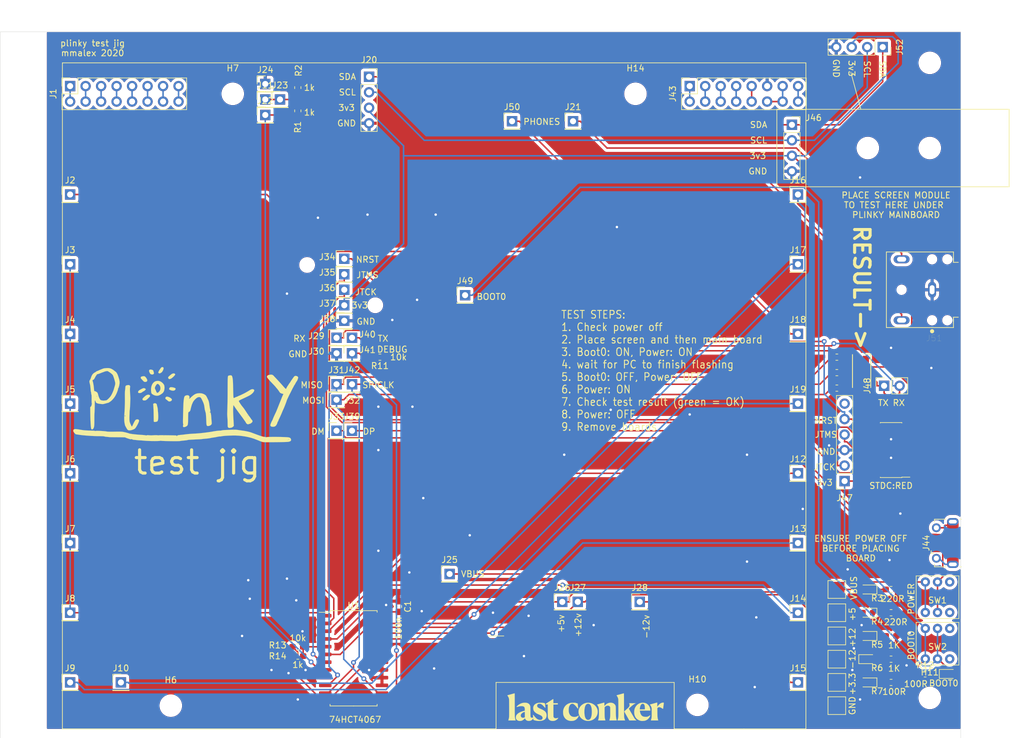
<source format=kicad_pcb>
(kicad_pcb (version 20221018) (generator pcbnew)
  (layers (0 "F.Cu" signal) (31 "B.Cu" signal) (34 "B.Paste" user) (35 "F.Paste" user) (36 "B.SilkS" user "B.Silkscreen") (37 "F.SilkS" user "F.Silkscreen") (38 "B.Mask" user) (39 "F.Mask" user) (44 "Edge.Cuts" user))
  (net 0 "")
  (net 1 "VBUS")
  (net 2 "Net-(D1-K)")
  (net 3 "5V")
  (net 4 "Net-(D2-K)")
  (net 5 "+12v")
  (net 6 "Net-(D3-K)")
  (net 7 "Net-(D4-A)")
  (net 8 "-12v")
  (net 9 "+3V3")
  (net 10 "Net-(D5-K)")
  (net 11 "Net-(D6-RK)")
  (net 12 "Net-(D6-BK)")
  (net 13 "Net-(D6-GK)")
  (net 14 "BOOT0")
  (net 15 "Net-(D7-K)")
  (net 16 "Net-(J1-Pin_15)")
  (net 17 "Net-(J1-Pin_13)")
  (net 18 "Net-(J1-Pin_11)")
  (net 19 "Net-(J1-Pin_10)")
  (net 20 "Net-(J1-Pin_7)")
  (net 21 "Net-(J1-Pin_5)")
  (net 22 "Net-(J1-Pin_3)")
  (net 23 "Net-(J1-Pin_1)")
  (net 24 "Net-(J16-Pin_1)")
  (net 25 "VMID")
  (net 26 "SDA")
  (net 27 "SCL")
  (net 28 "VREF")
  (net 29 "GND")
  (net 30 "RX")
  (net 31 "IO1")
  (net 32 "IO3")
  (net 33 "DM")
  (net 34 "NRST")
  (net 35 "JTMS")
  (net 36 "JTCK")
  (net 37 "DP")
  (net 38 "TX")
  (net 39 "DEBUG")
  (net 40 "IO2")
  (net 41 "VBUSE")
  (net 42 "Net-(J10-Pin_1)")
  (net 43 "Net-(J21-Pin_1)")
  (net 44 "Net-(J43-Pin_15)")
  (net 45 "Net-(J43-Pin_12)")
  (net 46 "Net-(J43-Pin_10)")
  (net 47 "Net-(J43-Pin_7)")
  (net 48 "Net-(J43-Pin_5)")
  (net 49 "Net-(J43-Pin_3)")
  (net 50 "Net-(J43-Pin_1)")
  (net 51 "unconnected-(J44-Shield-Pad6)")
  (net 53 "CLOCK")
  (net 54 "ANAIN")
  (net 55 "PHI")
  (net 56 "GATE")
  (net 57 "PLO")
  (net 58 "PRESSURE")
  (net 59 "TRIGGER")
  (net 60 "JTDI")
  (net 66 "Net-(J50-Pin_1)")
  (net 67 "Net-(U1-I4)")
  (footprint "LED_SMD:LED_0603_1608Metric" (layer "F.Cu") (at 147.32 111.76 180)
    (fp_text reference "D1" hide)
    (fp_text value "LED")
  )
  (footprint "LED_SMD:LED_0603_1608Metric" (layer "F.Cu") (at 147.32 115.57 180)
    (fp_text reference "D2" hide)
    (fp_text value "LED")
  )
  (footprint "LED_SMD:LED_0603_1608Metric" (layer "F.Cu") (at 147.32 119.38 180)
    (fp_text reference "D3" hide)
    (fp_text value "LED")
  )
  (footprint "LED_SMD:LED_0603_1608Metric" (layer "F.Cu") (at 147.32 123.19)
    (fp_text reference "D4" hide)
    (fp_text value "LED")
  )
  (footprint "LED_SMD:LED_0603_1608Metric" (layer "F.Cu") (at 147.32 127 180)
    (fp_text reference "D5" hide)
    (fp_text value "LED")
  )
  (footprint "testjig:LED_RGB_1210_reverse" (layer "F.Cu") (at 146.304 75.946 -90)
    (fp_text reference "D6" hide)
    (fp_text value "LED_RABG")
  )
  (footprint "LED_SMD:LED_0603_1608Metric" (layer "F.Cu") (at 160.528 125.603)
    (fp_text reference "D7" hide)
    (fp_text value "LED")
  )
  (footprint "Connector_PinSocket_2.54mm:PinSocket_2x08_P2.54mm_Vertical" (layer "F.Cu") (at 16.51 29.21 90)
    (fp_text reference "J1")
    (fp_text value "Conn_02x08_Odd_Even")
  )
  (footprint "Connector_PinHeader_2.54mm:PinHeader_1x01_P2.54mm_Vertical" (layer "F.Cu") (at 16.51 46.99)
    (fp_text reference "J2")
    (fp_text value "Conn_01x01")
  )
  (footprint "Connector_PinHeader_2.54mm:PinHeader_1x01_P2.54mm_Vertical" (layer "F.Cu") (at 16.51 58.42)
    (fp_text reference "J3")
    (fp_text value "Conn_01x01")
  )
  (footprint "Connector_PinHeader_2.54mm:PinHeader_1x01_P2.54mm_Vertical" (layer "F.Cu") (at 16.51 69.85)
    (fp_text reference "J4")
    (fp_text value "Conn_01x01")
  )
  (footprint "Connector_PinHeader_2.54mm:PinHeader_1x01_P2.54mm_Vertical" (layer "F.Cu") (at 16.51 81.28)
    (fp_text reference "J5")
    (fp_text value "Conn_01x01")
  )
  (footprint "Connector_PinHeader_2.54mm:PinHeader_1x01_P2.54mm_Vertical" (layer "F.Cu") (at 16.51 92.71)
    (fp_text reference "J6")
    (fp_text value "Conn_01x01")
  )
  (footprint "Connector_PinHeader_2.54mm:PinHeader_1x01_P2.54mm_Vertical" (layer "F.Cu") (at 16.51 104.14)
    (fp_text reference "J7")
    (fp_text value "Conn_01x01")
  )
  (footprint "Connector_PinHeader_2.54mm:PinHeader_1x01_P2.54mm_Vertical" (layer "F.Cu") (at 16.51 115.57)
    (fp_text reference "J8")
    (fp_text value "Conn_01x01")
  )
  (footprint "Connector_PinHeader_2.54mm:PinHeader_1x01_P2.54mm_Vertical" (layer "F.Cu") (at 16.51 127)
    (fp_text reference "J9")
    (fp_text value "Conn_01x01")
  )
  (footprint "Connector_PinHeader_2.54mm:PinHeader_1x01_P2.54mm_Vertical" (layer "F.Cu") (at 24.84 127)
    (fp_text reference "J10")
    (fp_text value "Conn_01x01")
  )
  (footprint "Connector_PinHeader_2.54mm:PinHeader_1x01_P2.54mm_Vertical" (layer "F.Cu") (at 48.514 31.409)
    (fp_text reference "J11")
    (fp_text value "Conn_01x01")
  )
  (footprint "Connector_PinHeader_2.54mm:PinHeader_1x01_P2.54mm_Vertical" (layer "F.Cu") (at 135.86 92.71)
    (fp_text reference "J12")
    (fp_text value "Conn_01x01")
  )
  (footprint "Connector_PinHeader_2.54mm:PinHeader_1x01_P2.54mm_Vertical" (layer "F.Cu") (at 135.86 104.14)
    (fp_text reference "J13")
    (fp_text value "Conn_01x01")
  )
  (footprint "Connector_PinHeader_2.54mm:PinHeader_1x01_P2.54mm_Vertical" (layer "F.Cu") (at 135.86 115.57)
    (fp_text reference "J14")
    (fp_text value "Conn_01x01")
  )
  (footprint "Connector_PinHeader_2.54mm:PinHeader_1x01_P2.54mm_Vertical" (layer "F.Cu") (at 135.86 127)
    (fp_text reference "J15")
    (fp_text value "Conn_01x01")
  )
  (footprint "Connector_PinHeader_2.54mm:PinHeader_1x01_P2.54mm_Vertical" (layer "F.Cu") (at 135.86 46.99)
    (fp_text reference "J16")
    (fp_text value "Conn_01x01")
  )
  (footprint "Connector_PinHeader_2.54mm:PinHeader_1x01_P2.54mm_Vertical" (layer "F.Cu") (at 135.86 58.42)
    (fp_text reference "J17")
    (fp_text value "Conn_01x01")
  )
  (footprint "Connector_PinHeader_2.54mm:PinHeader_1x01_P2.54mm_Vertical" (layer "F.Cu") (at 135.86 69.85)
    (fp_text reference "J18")
    (fp_text value "Conn_01x01")
  )
  (footprint "Connector_PinHeader_2.54mm:PinHeader_1x01_P2.54mm_Vertical" (layer "F.Cu") (at 135.86 81.28)
    (fp_text reference "J19")
    (fp_text value "Conn_01x01")
  )
  (footprint "Connector_PinHeader_2.54mm:PinHeader_1x01_P2.54mm_Vertical" (layer "F.Cu") (at 48.514 33.949)
    (fp_text reference "J22")
    (fp_text value "Conn_01x01")
  )
  (footprint "Connector_PinHeader_2.54mm:PinHeader_1x01_P2.54mm_Vertical" (layer "F.Cu") (at 48.514 28.869)
    (fp_text reference "J24")
    (fp_text value "Conn_01x01")
  )
  (footprint "Connector_PinHeader_2.54mm:PinHeader_1x01_P2.54mm_Vertical" (layer "F.Cu") (at 78.74 109.22)
    (fp_text reference "J25")
    (fp_text value "Conn_01x01")
  )
  (footprint "Connector_PinHeader_2.54mm:PinHeader_1x01_P2.54mm_Vertical" (layer "F.Cu") (at 97.2185 113.792)
    (fp_text reference "J26")
    (fp_text value "Conn_01x01")
  )
  (footprint "Connector_PinHeader_2.54mm:PinHeader_1x01_P2.54mm_Vertical" (layer "F.Cu") (at 99.7585 113.792)
    (fp_text reference "J27")
    (fp_text value "Conn_01x01")
  )
  (footprint "Connector_PinHeader_2.54mm:PinHeader_1x01_P2.54mm_Vertical" (layer "F.Cu") (at 109.9185 113.792)
    (fp_text reference "J28")
    (fp_text value "Conn_01x01")
  )
  (footprint "Connector_PinHeader_2.54mm:PinHeader_1x01_P2.54mm_Vertical" (layer "F.Cu") (at 60.198 70.485)
    (fp_text reference "J29")
    (fp_text value "Conn_01x01")
  )
  (footprint "Connector_PinHeader_2.54mm:PinHeader_1x01_P2.54mm_Vertical" (layer "F.Cu") (at 60.198 73.025)
    (fp_text reference "J30")
    (fp_text value "Conn_01x01")
  )
  (footprint "Connector_PinHeader_2.54mm:PinHeader_1x01_P2.54mm_Vertical" (layer "F.Cu") (at 60.198 78.105)
    (fp_text reference "J31")
    (fp_text value "Conn_01x01")
  )
  (footprint "Connector_PinHeader_2.54mm:PinHeader_1x01_P2.54mm_Vertical" (layer "F.Cu") (at 60.198 80.645)
    (fp_text reference "J32")
    (fp_text value "Conn_01x01")
  )
  (footprint "Connector_PinHeader_2.54mm:PinHeader_1x01_P2.54mm_Vertical" (layer "F.Cu") (at 60.198 85.725)
    (fp_text reference "J33")
    (fp_text value "Conn_01x01")
  )
  (footprint "Connector_PinHeader_2.54mm:PinHeader_1x01_P2.54mm_Vertical" (layer "F.Cu") (at 61.468 57.531)
    (fp_text reference "J34")
    (fp_text value "Conn_01x01")
  )
  (footprint "Connector_PinHeader_2.54mm:PinHeader_1x01_P2.54mm_Vertical" (layer "F.Cu") (at 61.468 60.071)
    (fp_text reference "J35")
    (fp_text value "Conn_01x01")
  )
  (footprint "Connector_PinHeader_2.54mm:PinHeader_1x01_P2.54mm_Vertical" (layer "F.Cu") (at 61.468 62.611)
    (fp_text reference "J36")
    (fp_text value "Conn_01x01")
  )
  (footprint "Connector_PinHeader_2.54mm:PinHeader_1x01_P2.54mm_Vertical" (layer "F.Cu") (at 61.468 65.151)
    (fp_text reference "J37")
    (fp_text value "Conn_01x01")
  )
  (footprint "Connector_PinHeader_2.54mm:PinHeader_1x01_P2.54mm_Vertical" (layer "F.Cu") (at 61.468 67.691)
    (fp_text reference "J38")
    (fp_text value "Conn_01x01")
  )
  (footprint "Connector_PinHeader_2.54mm:PinHeader_1x01_P2.54mm_Vertical" (layer "F.Cu") (at 62.738 85.725)
    (fp_text reference "J39")
    (fp_text value "Conn_01x01")
  )
  (footprint "Connector_PinHeader_2.54mm:PinHeader_1x01_P2.54mm_Vertical" (layer "F.Cu") (at 62.738 70.485)
    (fp_text reference "J40")
    (fp_text value "Conn_01x01")
  )
  (footprint "Connector_PinHeader_2.54mm:PinHeader_1x01_P2.54mm_Vertical" (layer "F.Cu") (at 62.738 73.025)
    (fp_text reference "J41")
    (fp_text value "Conn_01x01")
  )
  (footprint "Connector_PinHeader_2.54mm:PinHeader_1x01_P2.54mm_Vertical" (layer "F.Cu") (at 62.738 78.105)
    (fp_text reference "J42")
    (fp_text value "Conn_01x01")
  )
  (footprint "Connector_USB:USB_Micro-B_Molex-105017-0001" (layer "F.Cu") (at 160.02 104.14 90)
    (fp_text reference "J44")
    (fp_text value "USB_B_Micro")
  )
  (footprint "Connector_PinSocket_2.54mm:PinSocket_1x02_P2.54mm_Vertical" (layer "F.Cu") (at 149.987 78.359 90)
    (fp_text reference "J48")
    (fp_text value "Conn_01x02_Female")
  )
  (footprint "Connector_PinHeader_2.54mm:PinHeader_1x01_P2.54mm_Vertical" (layer "F.Cu") (at 81.28 63.5)
    (fp_text reference "J49")
    (fp_text value "Conn_01x01")
  )
  (footprint "Resistor_SMD:R_0603_1608Metric_Pad1.05x0.95mm_HandSolder" (layer "F.Cu") (at 53.848 33.274 -90)
    (fp_text reference "R1")
    (fp_text value "10k")
  )
  (footprint "Resistor_SMD:R_0603_1608Metric_Pad1.05x0.95mm_HandSolder" (layer "F.Cu") (at 53.848 29.464 -90)
    (fp_text reference "R2")
    (fp_text value "10k")
  )
  (footprint "Resistor_SMD:R_0603_1608Metric_Pad1.05x0.95mm_HandSolder" (layer "F.Cu") (at 151.13 111.76 180)
    (fp_text reference "R3")
    (fp_text value "220")
  )
  (footprint "Resistor_SMD:R_0603_1608Metric_Pad1.05x0.95mm_HandSolder" (layer "F.Cu") (at 151.13 115.57 180)
    (fp_text reference "R4")
    (fp_text value "220")
  )
  (footprint "Resistor_SMD:R_0603_1608Metric_Pad1.05x0.95mm_HandSolder" (layer "F.Cu") (at 151.13 119.38 180)
    (fp_text reference "R5")
    (fp_text value "1k")
  )
  (footprint "Resistor_SMD:R_0603_1608Metric_Pad1.05x0.95mm_HandSolder" (layer "F.Cu") (at 151.13 123.19 180)
    (fp_text reference "R6")
    (fp_text value "1k")
  )
  (footprint "Resistor_SMD:R_0603_1608Metric_Pad1.05x0.95mm_HandSolder" (layer "F.Cu") (at 151.13 127 180)
    (fp_text reference "R7")
    (fp_text value "100")
  )
  (footprint "Resistor_SMD:R_0603_1608Metric_Pad1.05x0.95mm_HandSolder" (layer "F.Cu") (at 142.24 73.66 180)
    (fp_text reference "R8" hide)
    (fp_text value "100")
  )
  (footprint "Resistor_SMD:R_0603_1608Metric_Pad1.05x0.95mm_HandSolder" (layer "F.Cu") (at 142.24 76.2 180)
    (fp_text reference "R9" hide)
    (fp_text value "100")
  )
  (footprint "Resistor_SMD:R_0603_1608Metric_Pad1.05x0.95mm_HandSolder" (layer "F.Cu") (at 142.24 78.74 180)
    (fp_text reference "R10" hide)
    (fp_text value "100")
  )
  (footprint "Resistor_SMD:R_0603_1608Metric_Pad1.05x0.95mm_HandSolder" (layer "F.Cu") (at 67.31 73.66 180)
    (fp_text reference "R11")
    (fp_text value "10k")
  )
  (footprint "Resistor_SMD:R_0603_1608Metric_Pad1.05x0.95mm_HandSolder" (layer "F.Cu") (at 156.718 125.603)
    (fp_text reference "R12")
    (fp_text value "100")
  )
  (footprint "testjig:dpdt 7mm" (layer "F.Cu") (at 158.75 113.03)
    (fp_text reference "SW1")
    (fp_text value "SW_Push_DPDT")
  )
  (footprint "testjig:dpdt 7mm" (layer "F.Cu") (at 158.75 120.65)
    (fp_text reference "SW2")
    (fp_text value "SW_Push_DPDT")
  )
  (footprint "TestPoint:TestPoint_Pad_2.5x2.5mm" (layer "F.Cu") (at 142.24 111.76)
    (fp_text reference "TP1" hide)
    (fp_text value "TestPoint")
  )
  (footprint "TestPoint:TestPoint_Pad_2.5x2.5mm" (layer "F.Cu") (at 142.24 115.57)
    (fp_text reference "TP2" hide)
    (fp_text value "TestPoint")
  )
  (footprint "TestPoint:TestPoint_Pad_2.5x2.5mm" (layer "F.Cu") (at 142.24 119.38)
    (fp_text reference "TP3" hide)
    (fp_text value "TestPoint")
  )
  (footprint "TestPoint:TestPoint_Pad_2.5x2.5mm" (layer "F.Cu") (at 142.24 123.19)
    (fp_text reference "TP4" hide)
    (fp_text value "TestPoint")
  )
  (footprint "TestPoint:TestPoint_Pad_2.5x2.5mm" (layer "F.Cu") (at 142.24 127)
    (fp_text reference "TP5" hide)
    (fp_text value "TestPoint")
  )
  (footprint "TestPoint:TestPoint_Pad_2.5x2.5mm" (layer "F.Cu") (at 142.24 130.81)
    (fp_text reference "TP6" hide)
    (fp_text value "TestPoint")
  )
  (footprint "Connector_PinHeader_1.27mm:PinHeader_2x07_P1.27mm_Vertical_SMD" (layer "F.Cu") (at 151.13 88.9 180)
    (fp_text reference "J45" hide)
    (fp_text value "Conn_02x07_Odd_Even")
  )
  (footprint "Connector_PinSocket_2.54mm:PinSocket_2x08_P2.54mm_Vertical" (layer "F.Cu") (at 118.11 29.21 90)
    (fp_text reference "J43")
    (fp_text value "Conn_02x08_Odd_Even")
  )
  (footprint "Connector_PinHeader_2.54mm:PinHeader_1x01_P2.54mm_Vertical" (layer "F.Cu") (at 50.927 31.409)
    (fp_text reference "J23")
    (fp_text value "Conn_01x01")
  )
  (footprint "Connector_PinSocket_2.54mm:PinSocket_1x06_P2.54mm_Vertical" (layer "F.Cu") (at 143.51 93.98 180)
    (fp_text reference "J47")
    (fp_text value "Conn_01x06_Female")
  )
  (footprint "MountingHole:MountingHole_3.2mm_M3" (layer "F.Cu") (at 109.22 30.48)
    (fp_text reference "H14")
    (fp_text value "MountingHole")
  )
  (footprint "MountingHole:MountingHole_3.2mm_M3" (layer "F.Cu") (at 33.02 130.81)
    (fp_text reference "H6")
    (fp_text value "MountingHole")
  )
  (footprint "MountingHole:MountingHole_3.2mm_M3" (layer "F.Cu") (at 119.38 130.683)
    (fp_text reference "H10")
    (fp_text value "MountingHole")
  )
  (footprint "MountingHole:MountingHole_3.2mm_M3" (layer "F.Cu") (at 157.48 25.4)
    (fp_text reference "H13" hide)
    (fp_text value "MountingHole")
  )
  (footprint "MountingHole:MountingHole_3.2mm_M3" (layer "F.Cu") (at 157.48 129.54)
    (fp_text reference "H11")
    (fp_text value "MountingHole")
  )
  (footprint "MountingHole:MountingHole_3.2mm_M3" (layer "F.Cu") (at 10.16 25.4)
    (fp_text reference "H1" hide)
    (fp_text value "MountingHole")
  )
  (footprint "MountingHole:MountingHole_3.2mm_M3" (layer "F.Cu") (at 43.18 30.48)
    (fp_text reference "H7")
    (fp_text value "MountingHole")
  )
  (footprint "Connector_PinSocket_2.54mm:PinSocket_1x04_P2.54mm_Vertical" (layer "F.Cu") (at 134.874 35.56)
    (fp_text reference "J46")
    (fp_text value "Conn_01x04_Female")
  )
  (footprint "Connector_PinSocket_2.54mm:PinSocket_1x04_P2.54mm_Vertical" (layer "F.Cu") (at 65.532 27.686)
    (fp_text reference "J20")
    (fp_text value "Conn_01x04_Female")
  )
  (footprint "MountingHole:MountingHole_3.2mm_M3" (layer "F.Cu") (at 157.48 39.37)
    (fp_text reference "H12" hide)
    (fp_text value "MountingHole")
  )
  (footprint "plinky:lastconker" (layer "F.Cu") (at 101.1555 131.191)
    (fp_text reference "G***" hide)
    (fp_text value "LOGO" hide)
  )
  (footprint "plinky:plinkylogo" (layer "F.Cu") (at 35.306 81.026)
    (fp_text reference "LOGO" hide)
    (fp_text value "LOGO" hide)
  )
  (footprint "MountingHole:MountingHole_3.2mm_M3" (layer "F.Cu") (at 10.16 50.8)
    (fp_text reference "H2" hide)
    (fp_text value "MountingHole")
  )
  (footprint "MountingHole:MountingHole_3.2mm_M3" (layer "F.Cu") (at 10.16 76.2)
    (fp_text reference "H3" hide)
    (fp_text value "MountingHole")
  )
  (footprint "MountingHole:MountingHole_3.2mm_M3" (layer "F.Cu") (at 10.16 101.6)
    (fp_text reference "H4" hide)
    (fp_text value "MountingHole")
  )
  (footprint "MountingHole:MountingHole_3.2mm_M3" (layer "F.Cu") (at 10.16 127)
    (fp_text reference "H5" hide)
    (fp_text value "MountingHole")
  )
  (footprint "Connector_PinHeader_2.54mm:PinHeader_1x01_P2.54mm_Vertical" (layer "F.Cu") (at 98.98 34.972)
    (fp_text reference "J21")
    (fp_text value "Conn_01x01")
  )
  (footprint "Connector_PinHeader_2.54mm:PinHeader_1x01_P2.54mm_Vertical" (layer "F.Cu") (at 88.98 34.972)
    (fp_text reference "J50")
    (fp_text value "Conn_01x01")
  )
  (footprint "plinky:CUI_SJ1-3523N" (layer "F.Cu") (at 157.861 62.611 180)
    (fp_text reference "J51")
    (fp_text value "SJ1-3523N-cap")
  )
  (footprint "MountingHole:MountingHole_2.1mm" (layer "F.Cu") (at 55.372 58.547)
    (fp_text reference "H8" hide)
    (fp_text value "MountingHole_2.1mm")
  )
  (footprint "MountingHole:MountingHole_2.1mm" (layer "F.Cu") (at 66.548 65.151)
    (fp_text reference "H9" hide)
    (fp_text value "MountingHole_2.1mm")
  )
  (footprint "MountingHole:MountingHole_3.2mm_M3" (layer "F.Cu") (at 147.32 39.37)
    (fp_text reference "H12" hide)
    (fp_text value "MountingHole")
  )
  (footprint "Capacitor_SMD:C_0603_1608Metric_Pad1.05x0.95mm_HandSolder" (layer "F.Cu") (at 70.358 114.554 90)
    (fp_text reference "C1")
    (fp_text value "100n")
  )
  (footprint "Resistor_SMD:R_0603_1608Metric_Pad1.05x0.95mm_HandSolder" (layer "F.Cu") (at 53.848 121.158 180)
    (fp_text reference "R13")
    (fp_text value "10k")
  )
  (footprint "Resistor_SMD:R_0603_1608Metric_Pad1.05x0.95mm_HandSolder" (layer "F.Cu") (at 53.848 122.682)
    (fp_text reference "R14")
    (fp_text value "1k")
  )
  (footprint "Package_SO:SOIC-24W_7.5x15.4mm_P1.27mm" (layer "F.Cu") (at 62.998 123.044)
    (fp_text reference "U1")
    (fp_text value "CD74HC4067M" hide)
  )
  (footprint "Connector_PinSocket_2.54mm:PinSocket_1x04_P2.54mm_Vertical" (layer "F.Cu") (at 149.763707 22.814601 -90)
    (fp_text reference "J52")
    (fp_text value "Conn_01x04_Female")
  )
  (gr_line (start 15.24 134.62) (end 15.24 25.4) (stroke (width 0.12)) (layer "F.SilkS"))
  (gr_line (start 15.24 25.4) (end 137.16 25.4) (stroke (width 0.12)) (layer "F.SilkS"))
  (gr_line (start 132.3975 33.02) (end 170.4975 33.02) (stroke (width 0.12)) (layer "F.SilkS"))
  (gr_line (start 170.4975 33.02) (end 170.4975 45.72) (stroke (width 0.12)) (layer "F.SilkS"))
  (gr_line (start 132.3975 45.72) (end 132.3975 33.02) (stroke (width 0.12)) (layer "F.SilkS"))
  (gr_line (start 170.4975 45.72) (end 132.3975 45.72) (stroke (width 0.12)) (layer "F.SilkS"))
  (gr_line (start 127 134.62) (end 115.57 134.62) (stroke (width 0.12)) (layer "F.SilkS"))
  (gr_line (start 144.526 26.924) (end 146.177 33.02) (stroke (width 0.12)) (layer "F.SilkS"))
  (gr_line (start 115.57 134.62) (end 115.57 127) (stroke (width 0.12)) (layer "F.SilkS"))
  (gr_line (start 86.36 134.62) (end 15.24 134.62) (stroke (width 0.12)) (layer "F.SilkS"))
  (gr_line (start 115.57 127) (end 86.36 127) (stroke (width 0.12)) (layer "F.SilkS"))
  (gr_line (start 87.63 119.38) (end 85.09 119.38) (stroke (width 0.12)) (layer "F.SilkS"))
  (gr_line (start 86.36 127) (end 86.36 134.62) (stroke (width 0.12)) (layer "F.SilkS"))
  (gr_line (start 137.16 25.4) (end 137.16 134.62) (stroke (width 0.12)) (layer "F.SilkS"))
  (gr_line (start 137.16 134.62) (end 127 134.62) (stroke (width 0.12)) (layer "F.SilkS"))
  (gr_line (start 5.08 136.144) (end 5.08 20.32) (stroke (width 0.05)) (layer "Edge.Cuts"))
  (gr_line (start 162.56 20.32) (end 162.56 136.144) (stroke (width 0.05)) (layer "Edge.Cuts"))
  (gr_line (start 162.56 136.144) (end 5.08 136.144) (stroke (width 0.05)) (layer "Edge.Cuts"))
  (gr_line (start 5.08 20.32) (end 162.56 20.32) (stroke (width 0.05)) (layer "Edge.Cuts"))
  (gr_text "220R" (at 151.892 117.094) (layer "F.SilkS") (effects (font (size 1 1))))
  (gr_text "1K" (at 151.638 120.904) (layer "F.SilkS") (effects (font (size 1 1))))
  (gr_text "1K" (at 151.638 124.714) (layer "F.SilkS") (effects (font (size 1 1))))
  (gr_text "100R" (at 151.638 128.524) (layer "F.SilkS") (effects (font (size 1 1))))
  (gr_text "100R" (at 155.194 127.254) (layer "F.SilkS") (effects (font (size 1 1))))
  (gr_text "SDA" (at 129.413 35.56) (layer "F.SilkS") (effects (font (size 1 1))))
  (gr_text "SCL" (at 129.413 38.1) (layer "F.SilkS") (effects (font (size 1 1))))
  (gr_text "3v3" (at 129.286 40.64) (layer "F.SilkS") (effects (font (size 1 1))))
  (gr_text "GND" (at 129.286 43.18) (layer "F.SilkS") (effects (font (size 1 1))))
  (gr_text "GND" (at 53.848 73.152) (layer "F.SilkS") (effects (font (size 1 1))))
  (gr_text "MISO" (at 56.134 78.232) (layer "F.SilkS") (effects (font (size 1 1))))
  (gr_text "SPICLK" (at 67.056 78.232) (layer "F.SilkS") (effects (font (size 1 1))))
  (gr_text "RESULT->" (at 146.304 62.23 270) (layer "F.SilkS") (effects (font (size 2.54 2.54) (thickness 0.508))))
  (gr_text "TEST STEPS:\n1. Check power off\n2. Place screen and then main board\n3. Boot0: ON, Power: ON\n4. wait for PC to finish flashing\n5. Boot0: OFF, Power: OFF\n6. Power: ON\n7. Check test result (green = OK)\n8. Power: OFF\n9. Remove boards\n" (at 96.9645 75.8825) (layer "F.SilkS") (effects (font (size 1.27 1.143)) (justify left)))
  (gr_text "GND" (at 65.024 67.818) (layer "F.SilkS") (effects (font (size 1 1))))
  (gr_text "POWER" (at 154.432 113.284 90) (layer "F.SilkS") (effects (font (size 1 1))))
  (gr_text "ENSURE POWER OFF\nBEFORE PLACING\nBOARD" (at 146.177 105.029) (layer "F.SilkS") (effects (font (size 1 1))))
  (gr_text "DP" (at 65.532 85.852) (layer "F.SilkS") (effects (font (size 1 1))))
  (gr_text "TX" (at 149.86 81.153) (layer "F.SilkS") (effects (font (size 1 1))))
  (gr_text "JTMS" (at 140.462 86.36) (layer "F.SilkS") (effects (font (size 1 1))))
  (gr_text "SDA" (at 149.748028 26.440307 -90) (layer "F.SilkS") (effects (font (size 1 1))))
  (gr_text "BOOT0" (at 154.432 120.904 90) (layer "F.SilkS") (effects (font (size 1 1))))
  (gr_text "+5v" (at 97.028 117.348 90) (layer "F.SilkS") (effects (font (size 1 1))))
  (gr_text "SCL" (at 61.976 30.226) (layer "F.SilkS") (effects (font (size 1 1))))
  (gr_text "GND" (at 142.128028 26.313308 -90) (layer "F.SilkS") (effects (font (size 1 1))))
  (gr_text "GND" (at 144.78 130.81 90) (layer "F.SilkS") (effects (font (size 1 1))))
  (gr_text "JTMS" (at 65.278 60.198) (layer "F.SilkS") (effects (font (size 1 1))))
  (gr_text "JTCK" (at 65.024 62.992) (layer "F.SilkS") (effects (font (size 1 1))))
  (gr_text "3v3" (at 140.208 94.234) (layer "F.SilkS") (effects (font (size 1 1))))
  (gr_text "3v3" (at 144.668027 26.313308 -90) (layer "F.SilkS") (effects (font (size 1 1))))
  (gr_text "VBUS" (at 82.55 109.22) (layer "F.SilkS") (effects (font (size 1 1))))
  (gr_text "RX" (at 152.4 81.153) (layer "F.SilkS") (effects (font (size 1 1))))
  (gr_text "NRST" (at 65.278 57.658) (layer "F.SilkS") (effects (font (size 1 1))))
  (gr_text "BOOT0" (at 159.766 127.127) (layer "F.SilkS") (effects (font (size 1 1))))
  (gr_text "plinky test jig\nmmalex 2020" (at 20.193 22.987) (layer "F.SilkS") (effects (font (size 1 1))))
  (gr_text "SDA" (at 61.976 27.686) (layer "F.SilkS") (effects (font (size 1 1))))
  (gr_text "test jig" (at 37.338 90.932) (layer "F.SilkS") (effects (font (size 3.81 3.81) (thickness 0.508))))
  (gr_text "PLACE SCREEN MODULE\nTO TEST HERE UNDER \nPLINKY MAINBOARD" (at 151.9536 48.719713) (layer "F.SilkS") (effects (font (size 1 1))))
  (gr_text "1k" (at 55.753 29.464) (layer "F.SilkS") (effects (font (size 1 1))))
  (gr_text "+3.3" (at 144.78 127.254 90) (layer "F.SilkS") (effects (font (size 1 1))))
  (gr_text "3v3" (at 61.849 32.766) (layer "F.SilkS") (effects (font (size 1 1))))
  (gr_text "74HCT4067" (at 63.246 133.096) (layer "F.SilkS") (effects (font (size 1 1))))
  (gr_text "DEBUG" (at 69.342 72.39) (layer "F.SilkS") (effects (font (size 1 1))))
  (gr_text "+12v" (at 99.822 117.602 90) (layer "F.SilkS") (effects (font (size 1 1))))
  (gr_text "TX" (at 67.818 70.612) (layer "F.SilkS") (effects (font (size 1 1))))
  (gr_text "GND" (at 61.849 35.306) (layer "F.SilkS") (effects (font (size 1 1))))
  (gr_text "RX" (at 54.102 70.612) (layer "F.SilkS") (effects (font (size 1 1))))
  (gr_text "DM" (at 57.15 85.852) (layer "F.SilkS") (effects (font (size 1 1))))
  (gr_text "STDC:RED" (at 151.13 94.742) (layer "F.SilkS") (effects (font (size 1 1))))
  (gr_text "MOSI" (at 56.388 80.772) (layer "F.SilkS") (effects (font (size 1 1))))
  (gr_text "+5" (at 144.78 115.824 90) (layer "F.SilkS") (effects (font (size 1 1))))
  (gr_text "VBUS" (at 145.034 111.506 90) (layer "F.SilkS") (effects (font (size 1 1))))
  (gr_text "+12" (at 144.78 119.634 90) (layer "F.SilkS") (effects (font (size 1 1))))
  (gr_text "JTCK" (at 140.208 91.694) (layer "F.SilkS") (effects (font (size 1 1))))
  (gr_text "NRST" (at 140.462 84.074) (layer "F.SilkS") (effects (font (size 1 1))))
  (gr_text "3v3" (at 64.008 65.151) (layer "F.SilkS") (effects (font (size 1 1))))
  (gr_text "-12" (at 144.78 123.19 90) (layer "F.SilkS") (effects (font (size 1 1))))
  (gr_text "GND" (at 140.462 89.154) (layer "F.SilkS") (effects (font (size 1 1))))
  (gr_text "220R" (at 151.384 113.284) (layer "F.SilkS") (effects (font (size 1 1))))
  (gr_text "SCL" (at 147.208028 26.440307 -90) (layer "F.SilkS") (effects (font (size 1 1))))
  (gr_text "PHONES" (at 93.853 35.052) (layer "F.SilkS") (effects (font (size 1 1))))
  (gr_text "BOOT0" (at 85.598 63.754) (layer "F.SilkS") (effects (font (size 1 1))))
  (gr_text "1k" (at 55.753 33.528) (layer "F.SilkS") (effects (font (size 1 1))))
  (gr_text "-12v" (at 110.998 117.856 90) (layer "F.SilkS") (effects (font (size 1 1))))
  (segment (start 146.5325 111.76) (end 143.8153 111.76) (width 0.25) (layer "F.Cu") (net 1))
  (segment (start 78.74 109.22) (end 79.9153 109.22) (width 0.25) (layer "F.Cu") (net 1))
  (segment (start 142.24 111.76) (end 143.8153 111.76) (width 0.25) (layer "F.Cu") (net 1))
  (segment (start 142.24 111.76) (end 140.6647 111.76) (width 0.25) (layer "F.Cu") (net 1))
  (segment (start 156.75 110.53) (end 147.7625 110.53) (width 0.25) (layer "F.Cu") (net 1))
  (segment (start 79.9153 109.22) (end 138.1247 109.22) (width 0.25) (layer "F.Cu") (net 1))
  (segment (start 147.7625 110.53) (end 146.5325 111.76) (width 0.25) (layer "F.Cu") (net 1))
  (segment (start 138.1247 109.22) (end 140.6647 111.76) (width 0.25) (layer "F.Cu") (net 1))
  (segment (start 156.75 110.53) (end 156.75 115.53) (width 0.25) (layer "B.Cu") (net 1))
  (segment (start 148.1075 111.76) (end 150.255 111.76) (width 0.25) (layer "F.Cu") (net 2))
  (segment (start 97.2185 113.792) (end 98.3938 113.792) (width 0.25) (layer "F.Cu") (net 3))
  (segment (start 67.648 116.059) (end 68.278 115.429) (width 0.25) (layer "F.Cu") (net 3))
  (segment (start 140.6647 115.57) (end 137.2602 112.1655) (width 0.25) (layer "F.Cu") (net 3))
  (segment (start 99.2123 112.1655) (end 98.3938 112.984) (width 0.25) (layer "F.Cu") (net 3))
  (segment (start 68.278 115.429) (end 70.358 115.429) (width 0.25) (layer "F.Cu") (net 3))
  (segment (start 137.2602 112.1655) (end 99.2123 112.1655) (width 0.25) (layer "F.Cu") (net 3))
  (segment (start 71.995 113.792) (end 70.358 115.429) (width 0.25) (layer "F.Cu") (net 3))
  (segment (start 67.648 116.059) (end 67.1479 116.059) (width 0.25) (layer "F.Cu") (net 3))
  (segment (start 67.1479 116.059) (end 60.7979 122.409) (width 0.25) (layer "F.Cu") (net 3))
  (segment (start 142.24 115.57) (end 140.6647 115.57) (width 0.25) (layer "F.Cu") (net 3))
  (segment (start 98.3938 112.984) (end 98.3938 113.792) (width 0.25) (layer "F.Cu") (net 3))
  (segment (start 146.5325 115.57) (end 142.24 115.57) (width 0.25) (layer "F.Cu") (net 3))
  (segment (start 97.2185 113.792) (end 71.995 113.792) (width 0.25) (layer "F.Cu") (net 3))
  (segment (start 60.7979 122.409) (end 58.348 122.409) (width 0.25) (layer "F.Cu") (net 3))
  (segment (start 148.1075 115.57) (end 150.255 115.57) (width 0.25) (layer "F.Cu") (net 4))
  (segment (start 99.7585 113.792) (end 100.9338 113.792) (width 0.25) (layer "F.Cu") (net 5))
  (segment (start 95.5865 117.964) (end 66.4942 117.964) (width 0.25) (layer "F.Cu") (net 5))
  (segment (start 135.0829 112.6167) (end 102.1091 112.6167) (width 0.25) (layer "F.Cu") (net 5))
  (segment (start 53.848 125.9643) (end 53.848 122.033) (width 0.25) (layer "F.Cu") (net 5))
  (segment (start 65.1614 123.6429) (end 59.4103 129.394) (width 0.25) (layer "F.Cu") (net 5))
  (segment (start 53.848 122.033) (end 52.973 121.158) (width 0.25) (layer "F.Cu") (net 5))
  (segment (start 66.4942 117.964) (end 65.1614 119.2968) (width 0.25) (layer "F.Cu") (net 5))
  (segment (start 140.6647 119.38) (end 140.6647 118.1985) (width 0.25) (layer "F.Cu") (net 5))
  (segment (start 102.1091 112.6167) (end 100.9338 113.792) (width 0.25) (layer "F.Cu") (net 5))
  (segment (start 59.4103 129.394) (end 57.2777 129.394) (width 0.25) (layer "F.Cu") (net 5))
  (segment (start 57.2777 129.394) (end 53.848 125.9643) (width 0.25) (layer "F.Cu") (net 5))
  (segment (start 99.7585 113.792) (end 95.5865 117.964) (width 0.25) (layer "F.Cu") (net 5))
  (segment (start 142.24 119.38) (end 140.6647 119.38) (width 0.25) (layer "F.Cu") (net 5))
  (segment (start 146.5325 119.38) (end 142.24 119.38) (width 0.25) (layer "F.Cu") (net 5))
  (segment (start 140.6647 118.1985) (end 135.0829 112.6167) (width 0.25) (layer "F.Cu") (net 5))
  (segment (start 65.1614 119.2968) (end 65.1614 123.6429) (width 0.25) (layer "F.Cu") (net 5))
  (segment (start 148.1075 119.38) (end 150.255 119.38) (width 0.25) (layer "F.Cu") (net 6))
  (segment (start 148.1075 123.19) (end 150.255 123.19) (width 0.25) (layer "F.Cu") (net 7))
  (segment (start 131.2667 113.792) (end 109.9185 113.792) (width 0.25) (layer "F.Cu") (net 8))
  (segment (start 140.6647 123.19) (end 131.2667 113.792) (width 0.25) (layer "F.Cu") (net 8))
  (segment (start 146.5325 123.19) (end 142.24 123.19) (width 0.25) (layer "F.Cu") (net 8))
  (segment (start 142.24 123.19) (end 140.6647 123.19) (width 0.25) (layer "F.Cu") (net 8))
  (segment (start 146.5325 127) (end 147.817 125.7155) (width 0.25) (layer "F.Cu") (net 9))
  (segment (start 149.9879 61.8075) (end 149.9879 55.579191) (width 0.25) (layer "F.Cu") (net 9))
  (segment (start 154.1845 125.7155) (end 156.75 123.15) (width 0.25) (layer "F.Cu") (net 9))
  (segment (start 142.24 127) (end 143.8153 127) (width 0.25) (layer "F.Cu") (net 9))
  (segment (start 149.9442 93.98) (end 151.5547 92.3695) (width 0.25) (layer "F.Cu") (net 9))
  (segment (start 153.08 91.44) (end 151.5547 91.44) (width 0.25) (layer "F.Cu") (net 9))
  (segment (start 149.9879 55.579191) (end 135.048709 40.64) (width 0.25) (layer "F.Cu") (net 9))
  (segment (start 151.5547 92.3695) (end 151.5547 91.44) (width 0.25) (layer "F.Cu") (net 9))
  (segment (start 143.51 93.98) (end 149.9442 93.98) (width 0.25) (layer "F.Cu") (net 9))
  (segment (start 146.5325 127) (end 143.8153 127) (width 0.25) (layer "F.Cu") (net 9))
  (segment (start 154.6053 78.7267) (end 151.1499 75.2713) (width 0.25) (layer "F.Cu") (net 9))
  (segment (start 56.3482 122.3558) (end 57.6714 123.679) (width 0.25) (layer "F.Cu") (net 9))
  (segment (start 151.1499 75.2713) (end 154.5178 71.9034) (width 0.25) (layer "F.Cu") (net 9))
  (segment (start 147.004 74.196) (end 147.004 75.2713) (width 0.25) (layer "F.Cu") (net 9))
  (segment (start 153.08 91.44) (end 154.6053 91.44) (width 0.25) (layer "F.Cu") (net 9))
  (segment (start 154.5178 71.9034) (end 154.5178 66.3374) (width 0.25) (layer "F.Cu") (net 9))
  (segment (start 154.5178 66.3374) (end 149.9879 61.8075) (width 0.25) (layer "F.Cu") (net 9))
  (segment (start 135.048709 40.64) (end 134.874 40.64) (width 0.25) (layer "F.Cu") (net 9))
  (segment (start 147.817 125.7155) (end 154.1845 125.7155) (width 0.25) (layer "F.Cu") (net 9))
  (segment (start 154.6053 91.44) (end 154.6053 78.7267) (width 0.25) (layer "F.Cu") (net 9))
  (segment (start 57.6714 123.679) (end 58.348 123.679) (width 0.25) (layer "F.Cu") (net 9))
  (segment (start 151.1499 75.2713) (end 147.004 75.2713) (width 0.25) (layer "F.Cu") (net 9))
  (via (at 56.3482 122.3558) (size 0.8) (drill 0.4) (layers "F.Cu" "B.Cu") (net 9))
  (segment (start 156.75 118.15) (end 143.51 104.91) (width 0.25) (layer "B.Cu") (net 9))
  (segment (start 71.1854 40.64) (end 71.1854 55.0663) (width 0.25) (layer "B.Cu") (net 9))
  (segment (start 61.468 64.5633) (end 61.468 63.9757) (width 0.25) (layer "B.Cu") (net 9))
  (segment (start 65.532 32.766) (end 65.532 33.3536) (width 0.25) (layer "B.Cu") (net 9))
  (segment (start 134.874 40.64) (end 133.6987 40.64) (width 0.25) (layer "B.Cu") (net 9))
  (segment (start 71.1854 39.007) (end 71.1854 40.64) (width 0.25) (layer "B.Cu") (net 9))
  (segment (start 133.6987 40.64) (end 71.1854 40.64) (width 0.25) (layer "B.Cu") (net 9))
  (segment (start 56.3482 69.6831) (end 56.3482 122.3558) (width 0.25) (layer "B.Cu") (net 9))
  (segment (start 134.874 40.64) (end 137.109529 40.64) (width 0.25) (layer "B.Cu") (net 9))
  (segment (start 137.109529 40.64) (end 152.289801 25.459728) (width 0.25) (layer "B.Cu") (net 9))
  (segment (start 71.1854 55.0663) (end 62.276 63.9757) (width 0.25) (layer "B.Cu") (net 9))
  (segment (start 152.289801 22.03116) (end 151.364141 21.1055) (width 0.25) (layer "B.Cu") (net 9))
  (segment (start 152.289801 25.459728) (end 152.289801 22.03116) (width 0.25) (layer "B.Cu") (net 9))
  (segment (start 151.364141 21.1055) (end 145.765022 21.1055) (width 0.25) (layer "B.Cu") (net 9))
  (segment (start 145.765022 21.1055) (end 144.683707 22.186815) (width 0.25) (layer "B.Cu") (net 9))
  (segment (start 61.468 65.151) (end 61.468 64.5633) (width 0.25) (layer "B.Cu") (net 9))
  (segment (start 143.51 104.91) (end 143.51 93.98) (width 0.25) (layer "B.Cu") (net 9))
  (segment (start 61.468 64.5633) (end 56.3482 69.6831) (width 0.25) (layer "B.Cu") (net 9))
  (segment (start 156.75 118.15) (end 156.75 123.15) (width 0.25) (layer "B.Cu") (net 9))
  (segment (start 65.532 33.3536) (end 71.1854 39.007) (width 0.25) (layer "B.Cu") (net 9))
  (segment (start 62.276 63.9757) (end 61.468 63.9757) (width 0.25) (layer "B.Cu") (net 9))
  (segment (start 144.683707 22.186815) (end 144.683707 22.814601) (width 0.25) (layer "B.Cu") (net 9))
  (segment (start 148.1075 127) (end 150.255 127) (width 0.25) (layer "F.Cu") (net 10))
  (segment (start 145.604 73.1207) (end 143.6543 73.1207) (width 0.25) (layer "F.Cu") (net 11))
  (segment (start 145.604 74.196) (end 145.604 73.1207) (width 0.25) (layer "F.Cu") (net 11))
  (segment (start 143.6543 73.1207) (end 143.115 73.66) (width 0.25) (layer "F.Cu") (net 11))
  (segment (start 143.1463 78.7713) (end 143.115 78.74) (width 0.25) (layer "F.Cu") (net 12))
  (segment (start 147.004 78.7713) (end 143.1463 78.7713) (width 0.25) (layer "F.Cu") (net 12))
  (segment (start 147.004 77.696) (end 147.004 78.7713) (width 0.25) (layer "F.Cu") (net 12))
  (segment (start 145.604 77.696) (end 145.604 76.6207) (width 0.25) (layer "F.Cu") (net 13))
  (segment (start 145.604 76.6207) (end 143.5357 76.6207) (width 0.25) (layer "F.Cu") (net 13))
  (segment (start 143.5357 76.6207) (end 143.115 76.2) (width 0.25) (layer "F.Cu") (net 13))
  (segment (start 158.8625 123.15) (end 158.75 123.15) (width 0.25) (layer "F.Cu") (net 14))
  (segment (start 161.3155 125.603) (end 158.8625 123.15) (width 0.25) (layer "F.Cu") (net 14))
  (segment (start 158.75 123.15) (end 157.6566 124.2434) (width 0.25) (layer "B.Cu") (net 14))
  (segment (start 157.6566 124.2434) (end 156.3043 124.2434) (width 0.25) (layer "B.Cu") (net 14))
  (segment (start 100.1406 45.8147) (end 82.4553 63.5) (width 0.25) (layer "B.Cu") (net 14))
  (segment (start 158.75 118.15) (end 158.75 123.15) (width 0.25) (layer "B.Cu") (net 14))
  (segment (start 139.2637 107.2028) (end 139.2637 48.2336) (width 0.25) (layer "B.Cu") (net 14))
  (segment (start 139.2637 48.2336) (end 136.8448 45.8147) (width 0.25) (layer "B.Cu") (net 14))
  (segment (start 81.28 63.5) (end 82.4553 63.5) (width 0.25) (layer "B.Cu") (net 14))
  (segment (start 136.8448 45.8147) (end 100.1406 45.8147) (width 0.25) (layer "B.Cu") (net 14))
  (segment (start 156.3043 124.2434) (end 139.2637 107.2028) (width 0.25) (layer "B.Cu") (net 14))
  (segment (start 159.7405 125.603) (end 157.593 125.603) (width 0.25) (layer "F.Cu") (net 15))
  (segment (start 34.29 29.21) (end 34.29 31.75) (width 0.25) (layer "B.Cu") (net 16))
  (segment (start 31.75 29.21) (end 31.75 31.75) (width 0.25) (layer "B.Cu") (net 17))
  (segment (start 29.21 29.21) (end 29.21 31.75) (width 0.25) (layer "B.Cu") (net 18))
  (segment (start 26.67 29.21) (end 26.67 31.75) (width 0.25) (layer "B.Cu") (net 19))
  (segment (start 24.13 29.21) (end 24.13 31.75) (width 0.25) (layer "B.Cu") (net 20))
  (segment (start 21.59 29.21) (end 21.59 31.75) (width 0.25) (layer "B.Cu") (net 21))
  (segment (start 19.05 29.21) (end 19.05 31.75) (width 0.25) (layer "B.Cu") (net 22))
  (segment (start 16.51 29.21) (end 16.51 31.75) (width 0.25) (layer "B.Cu") (net 23))
  (segment (start 16.51 127) (end 17.6853 127) (width 0.25) (layer "B.Cu") (net 24))
  (segment (start 18.8606 128.1753) (end 68.2955 128.1753) (width 0.25) (layer "B.Cu") (net 24))
  (segment (start 68.2955 128.1753) (end 137.0353 59.4355) (width 0.25) (layer "B.Cu") (net 24))
  (segment (start 137.0353 49.3406) (end 135.86 48.1653) (width 0.25) (layer "B.Cu") (net 24))
  (segment (start 17.6853 127) (end 18.8606 128.1753) (width 0.25) (layer "B.Cu") (net 24))
  (segment (start 135.86 46.99) (end 135.86 48.1653) (width 0.25) (layer "B.Cu") (net 24))
  (segment (start 137.0353 59.4355) (end 137.0353 49.3406) (width 0.25) (layer "B.Cu") (net 24))
  (segment (start 52.858 31.409) (end 53.848 32.399) (width 0.25) (layer "F.Cu") (net 25))
  (segment (start 52.858 31.329) (end 53.848 30.339) (width 0.25) (layer "F.Cu") (net 25))
  (segment (start 48.514 31.409) (end 50.927 31.409) (width 0.25) (layer "F.Cu") (net 25))
  (segment (start 52.858 31.409) (end 52.858 31.329) (width 0.25) (layer "F.Cu") (net 25))
  (segment (start 50.927 31.409) (end 52.858 31.409) (width 0.25) (layer "F.Cu") (net 25))
  (segment (start 101.4097 27.686) (end 65.532 27.686) (width 0.25) (layer "F.Cu") (net 26))
  (segment (start 149.763707 28.495811) (end 149.763707 22.814601) (width 0.25) (layer "F.Cu") (net 26))
  (segment (start 109.2837 35.56) (end 101.4097 27.686) (width 0.25) (layer "F.Cu") (net 26))
  (segment (start 134.874 35.56) (end 142.699518 35.56) (width 0.25) (layer "F.Cu") (net 26))
  (segment (start 142.699518 35.56) (end 149.763707 28.495811) (width 0.25) (layer "F.Cu") (net 26))
  (segment (start 134.874 35.56) (end 109.2837 35.56) (width 0.25) (layer "F.Cu") (net 26))
  (segment (start 74.5813 38.1) (end 66.7073 30.226) (width 0.25) (layer "B.Cu") (net 27))
  (segment (start 138.566572 38.1) (end 147.223707 29.442865) (width 0.25) (layer "B.Cu") (net 27))
  (segment (start 65.532 30.226) (end 66.7073 30.226) (width 0.25) (layer "B.Cu") (net 27))
  (segment (start 134.874 38.1) (end 74.5813 38.1) (width 0.25) (layer "B.Cu") (net 27))
  (segment (start 147.223707 29.442865) (end 147.223707 22.814601) (width 0.25) (layer "B.Cu") (net 27))
  (segment (start 134.874 38.1) (end 138.566572 38.1) (width 0.25) (layer "B.Cu") (net 27))
  (segment (start 56.0215 123.6431) (end 57.3274 124.949) (width 0.25) (layer "F.Cu") (net 28))
  (segment (start 48.514 33.949) (end 53.648 33.949) (width 0.25) (layer "F.Cu") (net 28))
  (segment (start 57.3274 124.949) (end 58.348 124.949) (width 0.25) (layer "F.Cu") (net 28))
  (segment (start 53.648 33.949) (end 53.848 34.149) (width 0.25) (layer "F.Cu") (net 28))
  (via (at 56.0215 123.6431) (size 0.8) (drill 0.4) (layers "F.Cu" "B.Cu") (net 28))
  (segment (start 48.514 33.949) (end 48.514 116.1356) (width 0.25) (layer "B.Cu") (net 28))
  (segment (start 48.514 116.1356) (end 56.0215 123.6431) (width 0.25) (layer "B.Cu") (net 28))
  (segment (start 56.369 126.219) (end 55.118 124.968) (width 0.4572) (layer "F.Cu") (net 29))
  (segment (start 52.324 128.27) (end 53.848 129.794) (width 0.4572) (layer "F.Cu") (net 29))
  (segment (start 158.5575 102.84) (end 156.18 102.84) (width 0.4572) (layer "F.Cu") (net 29))
  (segment (start 156.18 102.84) (end 152.654 99.314) (width 0.4572) (layer "F.Cu") (net 29))
  (segment (start 58.348 126.219) (end 56.369 126.219) (width 0.4572) (layer "F.Cu") (net 29))
  (segment (start 54.083 130.029) (end 53.848 129.794) (width 0.4572) (layer "F.Cu") (net 29))
  (segment (start 52.324 125.476) (end 52.324 128.27) (width 0.4572) (layer "F.Cu") (net 29))
  (segment (start 58.348 130.029) (end 54.083 130.029) (width 0.4572) (layer "F.Cu") (net 29))
  (via (at 140.97 88.138) (size 0.8) (drill 0.4) (layers "F.Cu" "B.Cu") (net 29))
  (via (at 91.694 116.078) (size 0.8) (drill 0.4) (layers "F.Cu" "B.Cu") (net 29))
  (via (at 82.042 102.87) (size 0.8) (drill 0.4) (layers "F.Cu" "B.Cu") (net 29))
  (via (at 154.432 113.03) (size 0.8) (drill 0.4) (layers "F.Cu" "B.Cu") (net 29))
  (via (at 153.67 124.206) (size 0.8) (drill 0.4) (layers "F.Cu" "B.Cu") (net 29))
  (via (at 57.15 50.8) (size 0.8) (drill 0.4) (layers "F.Cu" "B.Cu") (net 29))
  (via (at 73.406 64.262) (size 0.8) (drill 0.4) (layers "F.Cu" "B.Cu") (net 29))
  (via (at 76.2 124.714) (size 0.8) (drill 0.4) (layers "F.Cu" "B.Cu") (net 29))
  (via (at 102.362 117.602) (size 0.8) (drill 0.4) (layers "F.Cu" "B.Cu") (net 29))
  (via (at 54.61 118.618) (size 0.8) (drill 0.4) (layers "F.Cu" "B.Cu") (net 29))
  (via (at 44.704 119.38) (size 0.8) (drill 0.4) (layers "F.Cu" "B.Cu") (net 29))
  (via (at 52.07 63.246) (size 0.8) (drill 0.4) (layers "F.Cu" "B.Cu") (net 29))
  (via (at 151.13 90.17) (size 0.8) (drill 0.4) (layers "F.Cu" "B.Cu") (net 29))
  (via (at 129.032 116.332) (size 0.8) (drill 0.4) (layers "F.Cu" "B.Cu") (net 29))
  (via (at 53.594 113.538) (size 0.8) (drill 0.4) (layers "F.Cu" "B.Cu") (net 29))
  (via (at 128.778 127.762) (size 0.8) (drill 0.4) (layers "F.Cu" "B.Cu") (net 29))
  (via (at 65.532 124.968) (size 0.8) (drill 0.4) (layers "F.Cu" "B.Cu") (net 29))
  (via (at 118.11 83.058) (size 0.8) (drill 0.4) (layers "F.Cu" "B.Cu") (net 29))
  (via (at 85.852 115.57) (size 0.8) (drill 0.4) (layers "F.Cu" "B.Cu") (net 29))
  (via (at 67.056 88.9) (size 0.8) (drill 0.4) (layers "F.Cu" "B.Cu") (net 29))
  (via (at 74.422 96.774) (size 0.8) (drill 0.4) (layers "F.Cu" "B.Cu") (net 29))
  (via (at 136.652 98.552) (size 0.8) (drill 0.4) (layers "F.Cu" "B.Cu") (net 29))
  (via (at 151.13 87.122) (size 0.8) (drill 0.4) (layers "F.Cu" "B.Cu") (net 29))
  (via (at 152.654 99.314) (size 0.8) (drill 0.4) (layers "F.Cu" "B.Cu") (net 29))
  (via (at 144.78 124.968) (size 0.8) (drill 0.4) (layers "F.Cu" "B.Cu") (net 29))
  (via (at 76.454 50.292) (size 0.8) (drill 0.4) (layers "F.Cu" "B.Cu") (net 29))
  (via (at 151.13 72.136) (size 0.8) (drill 0.4) (layers "F.Cu" "B.Cu") (net 29))
  (via (at 52.07 109.982) (size 0.8) (drill 0.4) (layers "F.Cu" "B.Cu") (net 29))
  (via (at 157.734 75.438) (size 0.8) (drill 0.4) (layers "F.Cu" "B.Cu") (net 29))
  (via (at 150.876 106.934) (size 0.8) (drill 0.4) (layers "F.Cu" "B.Cu") (net 29))
  (via (at 127.508 107.188) (size 0.8) (drill 0.4) (layers "F.Cu" "B.Cu") (net 29))
  (via (at 69.342 67.564) (size 0.8) (drill 0.4) (layers "F.Cu" "B.Cu") (net 29))
  (via (at 67.056 105.41) (size 0.8) (drill 0.4) (layers "F.Cu" "B.Cu") (net 29))
  (via (at 68.326 114.3) (size 0.8) (drill 0.4) (layers "F.Cu" "B.Cu") (net 29))
  (via (at 49.53 124.968) (size 0.8) (drill 0.4) (layers "F.Cu" "B.Cu") (net 29))
  (via (at 55.118 124.968) (size 0.8) (drill 0.4) (layers "F.Cu" "B.Cu") (net 29))
  (via (at 97.536 89.662) (size 0.8) (drill 0.4) (layers "F.Cu" "B.Cu") (net 29))
  (via (at 144.018 108.458) (size 0.8) (drill 0.4) (layers "F.Cu" "B.Cu") (net 29))
  (via (at 146.05 129.794) (size 0.8) (drill 0.4) (layers "F.Cu" "B.Cu") (net 29))
  (via (at 106.172 52.324) (size 0.8) (drill 0.4) (layers "F.Cu" "B.Cu") (net 29))
  (via (at 145.034 121.412) (size 0.8) (drill 0.4) (layers "F.Cu" "B.Cu") (net 29))
  (via (at 90.932 122.682) (size 0.8) (drill 0.4) (layers "F.Cu" "B.Cu") (net 29))
  (via (at 146.304 117.602) (size 0.8) (drill 0.4) (layers "F.Cu" "B.Cu") (net 29))
  (via (at 72.644 81.788) (size 0.8) (drill 0.4) (layers "F.Cu" "B.Cu") (net 29))
  (via (at 65.278 50.292) (size 0.8) (drill 0.4) (layers "F.Cu" "B.Cu") (net 29))
  (via (at 105.156 82.296) (size 0.8) (drill 0.4) (layers "F.Cu" "B.Cu") (net 29))
  (via (at 154.178 118.872) (size 0.8) (drill 0.4) (layers "F.Cu" "B.Cu") (net 29))
  (via (at 127.508 89.662) (size 0.8) (drill 0.4) (layers "F.Cu" "B.Cu") (net 29))
  (via (at 45.974 113.284) (size 0.8) (drill 0.4) (layers "F.Cu" "B.Cu") (net 29))
  (via (at 72.136 108.966) (size 0.8) (drill 0.4) (layers "F.Cu" "B.Cu") (net 29))
  (via (at 146.05 44.196) (size 0.8) (drill 0.4) (layers "F.Cu" "B.Cu") (net 29))
  (via (at 53.848 129.794) (size 0.8) (drill 0.4) (layers "F.Cu" "B.Cu") (net 29))
  (via (at 52.324 125.476) (size 0.8) (drill 0.4) (layers "F.Cu" "B.Cu") (net 29))
  (via (at 45.72 110.236) (size 0.8) (drill 0.4) (layers "F.Cu" "B.Cu") (net 29))
  (via (at 67.056 81.788) (size 0.8) (drill 0.4) (layers "F.Cu" "B.Cu") (net 29))
  (via (at 74.168 115.316) (size 0.8) (drill 0.4) (layers "F.Cu" "B.Cu") (net 29))
  (segment (start 54.61 125.476) (end 55.118 124.968) (width 0.4572) (layer "B.Cu") (net 29))
  (segment (start 52.324 125.476) (end 54.61 125.476) (width 0.4572) (layer "B.Cu") (net 29))
  (segment (start 61.3733 69.677) (end 61.7792 69.2711) (width 0.25) (layer "F.Cu") (net 30))
  (segment (start 153.08 85.09) (end 151.5547 85.09) (width 0.25) (layer "F.Cu") (net 30))
  (segment (start 141.3722 71.8138) (end 141.7563 71.4297) (width 0.25) (layer "F.Cu") (net 30))
  (segment (start 151.5547 80.5066) (end 151.5547 85.09) (width 0.25) (layer "F.Cu") (net 30))
  (segment (start 60.198 70.485) (end 61.3733 70.485) (width 0.25) (layer "F.Cu") (net 30))
  (segment (start 61.7792 69.2711) (end 71.7436 69.2711) (width 0.25) (layer "F.Cu") (net 30))
  (segment (start 61.3733 70.485) (end 61.3733 69.677) (width 0.25) (layer "F.Cu") (net 30))
  (segment (start 152.527 78.359) (end 152.527 79.5343) (width 0.25) (layer "F.Cu") (net 30))
  (segment (start 74.2863 71.8138) (end 141.3722 71.8138) (width 0.25) (layer "F.Cu") (net 30))
  (segment (start 71.7436 69.2711) (end 74.2863 71.8138) (width 0.25) (layer "F.Cu") (net 30))
  (segment (start 152.527 79.5343) (end 151.5547 80.5066) (width 0.25) (layer "F.Cu") (net 30))
  (via (at 141.7563 71.4297) (size 0.8) (drill 0.4) (layers "F.Cu" "B.Cu") (net 30))
  (segment (start 141.7563 71.4297) (end 145.2304 71.4297) (width 0.25) (layer "B.Cu") (net 30))
  (segment (start 152.527 78.359) (end 151.3517 78.359) (width 0.25) (layer "B.Cu") (net 30))
  (segment (start 145.2304 71.4297) (end 151.3517 77.551) (width 0.25) (layer "B.Cu") (net 30))
  (segment (start 151.3517 77.551) (end 151.3517 78.359) (width 0.25) (layer "B.Cu") (net 30))
  (segment (start 60.3733 125.7837) (end 60.3733 125.9514) (width 0.25) (layer "F.Cu") (net 31))
  (segment (start 61.3733 77.2969) (end 61.3733 78.105) (width 0.25) (layer "F.Cu") (net 31))
  (segment (start 60.3733 125.9514) (end 58.8357 127.489) (width 0.25) (layer "F.Cu") (net 31))
  (segment (start 138.0953 76.9297) (end 61.7405 76.9297) (width 0.25) (layer "F.Cu") (net 31))
  (segment (start 141.365 73.66) (end 138.0953 76.9297) (width 0.25) (layer "F.Cu") (net 31))
  (segment (start 58.8357 127.489) (end 58.348 127.489) (width 0.25) (layer "F.Cu") (net 31))
  (segment (start 60.198 78.105) (end 61.3733 78.105) (width 0.25) (layer "F.Cu") (net 31))
  (segment (start 61.7405 76.9297) (end 61.3733 77.2969) (width 0.25) (layer "F.Cu") (net 31))
  (via (at 60.3733 125.7837) (size 0.8) (drill 0.4) (layers "F.Cu" "B.Cu") (net 31))
  (segment (start 60.198 78.105) (end 60.198 79.2803) (width 0.25) (layer "B.Cu") (net 31))
  (segment (start 58.9756 79.6947) (end 58.9756 124.386) (width 0.25) (layer "B.Cu") (net 31))
  (segment (start 58.9756 124.386) (end 60.3733 125.7837) (width 0.25) (layer "B.Cu") (net 31))
  (segment (start 59.39 79.2803) (end 58.9756 79.6947) (width 0.25) (layer "B.Cu") (net 31))
  (segment (start 60.198 79.2803) (end 59.39 79.2803) (width 0.25) (layer "B.Cu") (net 31))
  (segment (start 62.2323 79.786) (end 140.319 79.786) (width 0.25) (layer "F.Cu") (net 32))
  (segment (start 60.198 80.645) (end 61.3733 80.645) (width 0.25) (layer "F.Cu") (net 32))
  (segment (start 61.3733 80.645) (end 62.2323 79.786) (width 0.25) (layer "F.Cu") (net 32))
  (segment (start 67.0392 128.759) (end 64.6756 126.3954) (width 0.25) (layer "F.Cu") (net 32))
  (segment (start 140.319 79.786) (end 141.365 78.74) (width 0.25) (layer "F.Cu") (net 32))
  (segment (start 67.648 128.759) (end 67.0392 128.759) (width 0.25) (layer "F.Cu") (net 32))
  (via (at 64.6756 126.3954) (size 0.8) (drill 0.4) (layers "F.Cu" "B.Cu") (net 32))
  (segment (start 61.3733 82.9956) (end 61.3733 123.1831) (width 0.25) (layer "B.Cu") (net 32))
  (segment (start 60.198 81.8203) (end 61.3733 82.9956) (width 0.25) (layer "B.Cu") (net 32))
  (segment (start 61.3733 123.1831) (end 64.5856 126.3954) (width 0.25) (layer "B.Cu") (net 32))
  (segment (start 60.198 80.645) (end 60.198 81.8203) (width 0.25) (layer "B.Cu") (net 32))
  (segment (start 64.5856 126.3954) (end 64.6756 126.3954) (width 0.25) (layer "B.Cu") (net 32))
  (segment (start 60.198 85.725) (end 61.3733 85.725) (width 0.25) (layer "F.Cu") (net 33))
  (segment (start 61.7405 86.9003) (end 132.2787 86.9003) (width 0.25) (layer "F.Cu") (net 33))
  (segment (start 61.3733 85.725) (end 61.3733 86.5331) (width 0.25) (layer "F.Cu") (net 33))
  (segment (start 150.1684 104.79) (end 158.5575 104.79) (width 0.25) (layer "F.Cu") (net 33))
  (segment (start 61.3733 86.5331) (end 61.7405 86.9003) (width 0.25) (layer "F.Cu") (net 33))
  (segment (start 132.2787 86.9003) (end 150.1684 104.79) (width 0.25) (layer "F.Cu") (net 33))
  (segment (start 61.468 57.531) (end 62.6433 57.531) (width 0.25) (layer "F.Cu") (net 34))
  (segment (start 144.6853 83.82) (end 147.2253 86.36) (width 0.25) (layer "F.Cu") (net 34))
  (segment (start 143.51 83.82) (end 144.6853 83.82) (width 0.25) (layer "F.Cu") (net 34))
  (segment (start 62.6433 57.531) (end 76.2007 71.0884) (width 0.25) (layer "F.Cu") (net 34))
  (segment (start 76.2007 71.0884) (end 140.1626 71.0884) (width 0.25) (layer "F.Cu") (net 34))
  (segment (start 147.2253 86.36) (end 149.18 86.36) (width 0.25) (layer "F.Cu") (net 34))
  (via (at 140.1626 71.0884) (size 0.8) (drill 0.4) (layers "F.Cu" "B.Cu") (net 34))
  (segment (start 140.1626 79.6646) (end 143.1427 82.6447) (width 0.25) (layer "B.Cu") (net 34))
  (segment (start 140.1626 71.0884) (end 140.1626 79.6646) (width 0.25) (layer "B.Cu") (net 34))
  (segment (start 143.51 83.82) (end 143.51 82.6447) (width 0.25) (layer "B.Cu") (net 34))
  (segment (start 143.1427 82.6447) (end 143.51 82.6447) (width 0.25) (layer "B.Cu") (net 34))
  (segment (start 147.1743 90.9595) (end 147.1743 90.8427) (width 0.25) (layer "F.Cu") (net 35))
  (segment (start 134.4347 84.3813) (end 142.6787 92.6253) (width 0.25) (layer "F.Cu") (net 35))
  (segment (start 61.468 61.2463) (end 60.66 61.2463) (width 0.25) (layer "F.Cu") (net 35))
  (segment (start 149.18 91.44) (end 147.6547 91.44) (width 0.25) (layer "F.Cu") (net 35))
  (segment (start 58.5407 63.3656) (end 58.5407 81.8032) (width 0.25) (layer "F.Cu") (net 35))
  (segment (start 147.1743 90.8427) (end 143.8669 87.5353) (width 0.25) (layer "F.Cu") (net 35))
  (segment (start 143.51 86.36) (end 143.51 87.5353) (width 0.25) (layer "F.Cu") (net 35))
  (segment (start 145.5085 92.6253) (end 147.1743 90.9595) (width 0.25) (layer "F.Cu") (net 35))
  (segment (start 142.6787 92.6253) (end 145.5085 92.6253) (width 0.25) (layer "F.Cu") (net 35))
  (segment (start 61.468 60.071) (end 61.468 61.2463) (width 0.25) (layer "F.Cu") (net 35))
  (segment (start 60.66 61.2463) (end 58.5407 63.3656) (width 0.25) (layer "F.Cu") (net 35))
  (segment (start 143.8669 87.5353) (end 143.51 87.5353) (width 0.25) (layer "F.Cu") (net 35))
  (segment (start 147.6547 91.44) (end 147.1743 90.9595) (width 0.25) (layer "F.Cu") (net 35))
  (segment (start 61.1188 84.3813) (end 134.4347 84.3813) (width 0.25) (layer "F.Cu") (net 35))
  (segment (start 58.5407 81.8032) (end 61.1188 84.3813) (width 0.25) (layer "F.Cu") (net 35))
  (segment (start 149.18 90.17) (end 147.6547 90.17) (width 0.25) (layer "F.Cu") (net 36))
  (segment (start 61.3237 83.9309) (end 141.117 83.9309) (width 0.25) (layer "F.Cu") (net 36))
  (segment (start 59.0226 81.6298) (end 61.3237 83.9309) (width 0.25) (layer "F.Cu") (net 36))
  (segment (start 61.468 63.7863) (end 60.66 63.7863) (width 0.25) (layer "F.Cu") (net 36))
  (segment (start 147.6547 88.8393) (end 147.6547 90.17) (width 0.25) (layer "F.Cu") (net 36))
  (segment (start 143.51 91.44) (end 142.3347 91.44) (width 0.25) (layer "F.Cu") (net 36))
  (segment (start 60.66 63.7863) (end 59.0226 65.4237) (width 0.25) (layer "F.Cu") (net 36))
  (segment (start 59.0226 65.4237) (end 59.0226 81.6298) (width 0.25) (layer "F.Cu") (net 36))
  (segment (start 143.964 85.1486) (end 147.6547 88.8393) (width 0.25) (layer "F.Cu") (net 36))
  (segment (start 142.3347 85.1486) (end 143.964 85.1486) (width 0.25) (layer "F.Cu") (net 36))
  (segment (start 61.468 62.611) (end 61.468 63.7863) (width 0.25) (layer "F.Cu") (net 36))
  (segment (start 142.3347 85.1486) (end 142.3347 91.44) (width 0.25) (layer "F.Cu") (net 36))
  (segment (start 141.117 83.9309) (end 142.3347 85.1486) (width 0.25) (layer "F.Cu") (net 36))
  (segment (start 62.738 85.725) (end 132.163 85.725) (width 0.25) (layer "F.Cu") (net 37))
  (segment (start 132.163 85.725) (end 150.578 104.14) (width 0.25) (layer "F.Cu") (net 37))
  (segment (start 150.578 104.14) (end 158.5575 104.14) (width 0.25) (layer "F.Cu") (net 37))
  (segment (start 141.6462 72.6167) (end 142.24 73.2105) (width 0.25) (layer "F.Cu") (net 38))
  (segment (start 150.7053 85.09) (end 150.7053 80.2526) (width 0.25) (layer "F.Cu") (net 38))
  (segment (start 149.18 85.09) (end 150.7053 85.09) (width 0.25) (layer "F.Cu") (net 38))
  (segment (start 148.8117 77.7714) (end 148.8117 78.359) (width 0.25) (layer "F.Cu") (net 38))
  (segment (start 143.3226 75.2714) (end 146.3117 75.2714) (width 0.25) (layer "F.Cu") (net 38))
  (segment (start 62.738 70.485) (end 63.9133 70.485) (width 0.25) (layer "F.Cu") (net 38))
  (segment (start 149.987 78.359) (end 149.987 79.5343) (width 0.25) (layer "F.Cu") (net 38))
  (segment (start 149.987 78.359) (end 148.8117 78.359) (width 0.25) (layer "F.Cu") (net 38))
  (segment (start 66.045 72.6167) (end 141.6462 72.6167) (width 0.25) (layer "F.Cu") (net 38))
  (segment (start 142.24 73.2105) (end 142.24 74.1888) (width 0.25) (layer "F.Cu") (net 38))
  (segment (start 63.9133 70.485) (end 66.045 72.6167) (width 0.25) (layer "F.Cu") (net 38))
  (segment (start 150.7053 80.2526) (end 149.987 79.5343) (width 0.25) (layer "F.Cu") (net 38))
  (segment (start 142.24 74.1888) (end 143.3226 75.2714) (width 0.25) (layer "F.Cu") (net 38))
  (segment (start 146.3117 75.2714) (end 148.8117 77.7714) (width 0.25) (layer "F.Cu") (net 38))
  (segment (start 70.0282 128.1135) (end 68.1127 130.029) (width 0.25) (layer "F.Cu") (net 39))
  (segment (start 70.0282 121.7706) (end 70.0282 128.1135) (width 0.25) (layer "F.Cu") (net 39))
  (segment (start 63.9133 73.025) (end 64.5483 73.66) (width 0.25) (layer "F.Cu") (net 39))
  (segment (start 62.738 73.025) (end 63.9133 73.025) (width 0.25) (layer "F.Cu") (net 39))
  (segment (start 68.1127 130.029) (end 67.648 130.029) (width 0.25) (layer "F.Cu") (net 39))
  (segment (start 64.5483 73.66) (end 66.435 73.66) (width 0.25) (layer "F.Cu") (net 39))
  (via (at 70.0282 121.7706) (size 0.8) (drill 0.4) (layers "F.Cu" "B.Cu") (net 39))
  (segment (start 62.738 74.2003) (end 70.0282 81.4905) (width 0.25) (layer "B.Cu") (net 39))
  (segment (start 62.738 73.025) (end 62.738 74.2003) (width 0.25) (layer "B.Cu") (net 39))
  (segment (start 70.0282 81.4905) (end 70.0282 121.7706) (width 0.25) (layer "B.Cu") (net 39))
  (segment (start 62.9817 123.7277) (end 62.9817 124.5986) (width 0.25) (layer "F.Cu") (net 40))
  (segment (start 63.9133 78.105) (end 139.46 78.105) (width 0.25) (layer "F.Cu") (net 40))
  (segment (start 62.738 78.105) (end 63.9133 78.105) (width 0.25) (layer "F.Cu") (net 40))
  (segment (start 58.8213 128.759) (end 58.348 128.759) (width 0.25) (layer "F.Cu") (net 40))
  (segment (start 62.9817 124.5986) (end 58.8213 128.759) (width 0.25) (layer "F.Cu") (net 40))
  (segment (start 139.46 78.105) (end 141.365 76.2) (width 0.25) (layer "F.Cu") (net 40))
  (via (at 62.9817 123.7277) (size 0.8) (drill 0.4) (layers "F.Cu" "B.Cu") (net 40))
  (segment (start 63.9134 122.796) (end 62.9817 123.7277) (width 0.25) (layer "B.Cu") (net 40))
  (segment (start 63.9134 80.4557) (end 63.9134 122.796) (width 0.25) (layer "B.Cu") (net 40))
  (segment (start 62.738 79.2803) (end 63.9134 80.4557) (width 0.25) (layer "B.Cu") (net 40))
  (segment (start 62.738 78.105) (end 62.738 79.2803) (width 0.25) (layer "B.Cu") (net 40))
  (segment (start 159.6098 109.6702) (end 158.75 110.53) (width 0.25) (layer "F.Cu") (net 41))
  (segment (start 159.5578 105.44) (end 159.6098 105.492) (width 0.25) (layer "F.Cu") (net 41))
  (segment (start 158.5575 105.44) (end 159.5578 105.44) (width 0.25) (layer "F.Cu") (net 41))
  (segment (start 158.75 110.53) (end 158.75 115.53) (width 0.25) (layer "F.Cu") (net 41))
  (segment (start 159.6098 105.492) (end 159.6098 109.6702) (width 0.25) (layer "F.Cu") (net 41))
  (segment (start 26.1433 127.128) (end 65.9767 127.128) (width 0.25) (layer "B.Cu") (net 42))
  (segment (start 135.86 58.42) (end 134.6847 58.42) (width 0.25) (layer "B.Cu") (net 42))
  (segment (start 26.0153 127) (end 26.1433 127.128) (width 0.25) (layer "B.Cu") (net 42))
  (segment (start 24.84 127) (end 26.0153 127) (width 0.25) (layer "B.Cu") (net 42))
  (segment (start 65.9767 127.128) (end 134.6847 58.42) (width 0.25) (layer "B.Cu") (net 42))
  (segment (start 100.1553 34.972) (end 104.5533 39.37) (width 0.25) (layer "F.Cu") (net 43))
  (segment (start 135.5993 39.37) (end 152.861 56.6317) (width 0.25) (layer "F.Cu") (net 43))
  (segment (start 98.98 34.972) (end 100.1553 34.972) (width 0.25) (layer "F.Cu") (net 43))
  (segment (start 104.5533 39.37) (end 135.5993 39.37) (width 0.25) (layer "F.Cu") (net 43))
  (segment (start 152.861 57.611) (end 152.861 56.6317) (width 0.25) (layer "F.Cu") (net 43))
  (segment (start 135.89 29.21) (end 135.89 31.75) (width 0.25) (layer "B.Cu") (net 44))
  (segment (start 130.81 31.75) (end 133.35 31.75) (width 0.25) (layer "F.Cu") (net 45))
  (segment (start 133.35 29.21) (end 133.35 31.75) (width 0.25) (layer "B.Cu") (net 45))
  (segment (start 128.27 29.21) (end 128.27 31.75) (width 0.25) (layer "F.Cu") (net 46))
  (segment (start 125.73 29.21) (end 125.73 31.75) (width 0.25) (layer "B.Cu") (net 47))
  (segment (start 123.19 29.21) (end 123.19 31.75) (width 0.25) (layer "B.Cu") (net 48))
  (segment (start 120.65 29.21) (end 120.65 31.75) (width 0.25) (layer "B.Cu") (net 49))
  (segment (start 118.11 29.21) (end 118.11 31.75) (width 0.25) (layer "B.Cu") (net 50))
  (segment (start 161.2575 101.24) (end 159.9822 101.24) (width 0.25) (layer "F.Cu") (net 51))
  (segment (start 159.9822 101.64) (end 159.9822 101.24) (width 0.25) (layer "F.Cu") (net 51))
  (segment (start 159.9822 103.14) (end 159.9822 101.64) (width 0.25) (layer "F.Cu") (net 51))
  (segment (start 158.5575 101.64) (end 159.9822 101.64) (width 0.25) (layer "F.Cu") (net 51))
  (segment (start 161.2575 105.14) (end 161.2575 103.14) (width 0.25) (layer "F.Cu") (net 51))
  (segment (start 161.2575 103.14) (end 159.9822 103.14) (width 0.25) (layer "F.Cu") (net 51))
  (segment (start 161.2575 105.14) (end 161.2575 107.04) (width 0.25) (layer "F.Cu") (net 51))
  (segment (start 161.2575 107.64) (end 161.2575 107.04) (width 0.25) (layer "F.Cu") (net 51))
  (segment (start 161.2575 100.64) (end 161.2575 101.24) (width 0.25) (layer "F.Cu") (net 51))
  (segment (start 161.2575 107.64) (end 159.9822 107.64) (width 0.25) (layer "B.Cu") (net 51))
  (segment (start 158.5575 106.64) (end 158.9822 106.64) (width 0.25) (layer "B.Cu") (net 51))
  (segment (start 158.9822 106.64) (end 159.9822 107.64) (width 0.25) (layer "B.Cu") (net 51))
  (segment (start 121.1646 56.3299) (end 134.6847 69.85) (width 0.25) (layer "F.Cu") (net 53))
  (segment (start 135.86 69.85) (end 134.6847 69.85) (width 0.25) (layer "F.Cu") (net 53))
  (segment (start 58.8519 117.329) (end 58.348 117.329) (width 0.25) (layer "F.Cu") (net 53))
  (segment (start 58.0903 111.5712) (end 59.7477 113.2286) (width 0.25) (layer "F.Cu") (net 53))
  (segment (start 58.0903 56.3299) (end 58.0903 111.5712) (width 0.25) (layer "F.Cu") (net 53))
  (segment (start 59.7477 116.4332) (end 58.8519 117.329) (width 0.25) (layer "F.Cu") (net 53))
  (segment (start 58.0903 56.3299) (end 121.1646 56.3299) (width 0.25) (layer "F.Cu") (net 53))
  (segment (start 48.7504 46.99) (end 58.0903 56.3299) (width 0.25) (layer "F.Cu") (net 53))
  (segment (start 59.7477 113.2286) (end 59.7477 116.4332) (width 0.25) (layer "F.Cu") (net 53))
  (segment (start 16.51 46.99) (end 48.7504 46.99) (width 0.25) (layer "F.Cu") (net 53))
  (segment (start 16.51 115.57) (end 57.859 115.57) (width 0.25) (layer "F.Cu") (net 54))
  (segment (start 57.859 115.57) (end 58.348 116.059) (width 0.25) (layer "F.Cu") (net 54))
  (segment (start 16.51 81.28) (end 16.51 92.71) (width 0.25) (layer "B.Cu") (net 54))
  (segment (start 16.51 69.85) (end 16.51 81.28) (width 0.25) (layer "B.Cu") (net 54))
  (segment (start 16.51 104.14) (end 16.51 115.57) (width 0.25) (layer "B.Cu") (net 54))
  (segment (start 16.51 58.42) (end 16.51 69.85) (width 0.25) (layer "B.Cu") (net 54))
  (segment (start 16.51 92.71) (end 16.51 104.14) (width 0.25) (layer "B.Cu") (net 54))
  (segment (start 58.8522 118.599) (end 58.348 118.599) (width 0.25) (layer "F.Cu") (net 55))
  (segment (start 135.86 92.71) (end 134.6847 92.71) (width 0.25) (layer "F.Cu") (net 55))
  (segment (start 134.6847 92.71) (end 84.7412 92.71) (width 0.25) (layer "F.Cu") (net 55))
  (segment (start 84.7412 92.71) (end 58.8522 118.599) (width 0.25) (layer "F.Cu") (net 55))
  (segment (start 85.791 118.9165) (end 67.9655 118.9165) (width 0.25) (layer "F.Cu") (net 56))
  (segment (start 67.9655 118.9165) (end 67.648 118.599) (width 0.25) (layer "F.Cu") (net 56))
  (via (at 85.791 118.9165) (size 0.8) (drill 0.4) (layers "F.Cu" "B.Cu") (net 56))
  (segment (start 100.5675 104.14) (end 85.791 118.9165) (width 0.25) (layer "B.Cu") (net 56))
  (segment (start 135.86 104.14) (end 100.5675 104.14) (width 0.25) (layer "B.Cu") (net 56))
  (segment (start 97.2643 111.0363) (end 69.1108 111.0363) (width 0.25) (layer "F.Cu") (net 57))
  (segment (start 60.2781 119.869) (end 58.348 119.869) (width 0.25) (layer "F.Cu") (net 57))
  (segment (start 69.1108 111.0363) (end 60.2781 119.869) (width 0.25) (layer "F.Cu") (net 57))
  (via (at 97.2643 111.0363) (size 0.8) (drill 0.4) (layers "F.Cu" "B.Cu") (net 57))
  (segment (start 134.6847 115.57) (end 130.151 111.0363) (width 0.25) (layer "B.Cu") (net 57))
  (segment (start 130.151 111.0363) (end 97.2643 111.0363) (width 0.25) (layer "B.Cu") (net 57))
  (segment (start 135.86 115.57) (end 134.6847 115.57) (width 0.25) (layer "B.Cu") (net 57))
  (segment (start 134.6847 127) (end 127.5537 119.869) (width 0.25) (layer "F.Cu") (net 58))
  (segment (start 127.5537 119.869) (end 67.648 119.869) (width 0.25) (layer "F.Cu") (net 58))
  (segment (start 135.86 127) (end 134.6847 127) (width 0.25) (layer "F.Cu") (net 58))
  (segment (start 82.7506 115.8371) (end 81.2587 117.329) (width 0.25) (layer "F.Cu") (net 59))
  (segment (start 81.2587 117.329) (end 67.648 117.329) (width 0.25) (layer "F.Cu") (net 59))
  (via (at 82.7506 115.8371) (size 0.8) (drill 0.4) (layers "F.Cu" "B.Cu") (net 59))
  (segment (start 135.86 81.28) (end 117.3077 81.28) (width 0.25) (layer "B.Cu") (net 59))
  (segment (start 117.3077 81.28) (end 82.7506 115.8371) (width 0.25) (layer "B.Cu") (net 59))
  (segment (start 90.1553 34.972) (end 99.5387 44.3554) (width 0.25) (layer "F.Cu") (net 66))
  (segment (start 99.5387 44.3554) (end 130.5847 44.3554) (width 0.25) (layer "F.Cu") (net 66))
  (segment (start 130.5847 44.3554) (end 152.861 66.6317) (width 0.25) (layer "F.Cu") (net 66))
  (segment (start 152.861 67.611) (end 152.861 66.6317) (width 0.25) (layer "F.Cu") (net 66))
  (segment (start 88.98 34.972) (end 90.1553 34.972) (width 0.25) (layer "F.Cu") (net 66))
  (segment (start 54.723 121.158) (end 54.723 122.682) (width 0.25) (layer "F.Cu") (net 67))
  (segment (start 58.329 121.158) (end 58.348 121.139) (width 0.25) (layer "F.Cu") (net 67))
  (segment (start 54.723 121.158) (end 58.329 121.158) (width 0.25) (layer "F.Cu") (net 67))
  (zone (net 29) (net_name "GND") (layer "F.Cu") (connect_pads (clearance 0.508)) (min_thickness 0.254) (fill yes (thermal_gap 0.508) (thermal_bridge_width 0.508))
    (polygon (pts (xy 162.56 134.62) (xy 12.7 134.62) (xy 12.7 20.32) (xy 162.56 20.32)))
  )
  (zone (net 29) (net_name "GND") (layer "B.Cu") (connect_pads (clearance 0.508)) (min_thickness 0.254) (fill yes (thermal_gap 0.508) (thermal_bridge_width 0.508))
    (polygon (pts (xy 162.56 134.62) (xy 12.7 134.62) (xy 12.7 20.32) (xy 162.56 20.32)))
  )
)
</source>
